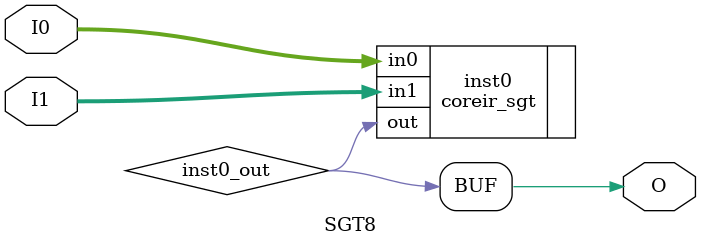
<source format=v>
module SGT8 (input [7:0] I0, input [7:0] I1, output  O);
wire  inst0_out;
coreir_sgt inst0 (.in0(I0), .in1(I1), .out(inst0_out));
assign O = inst0_out;
endmodule


</source>
